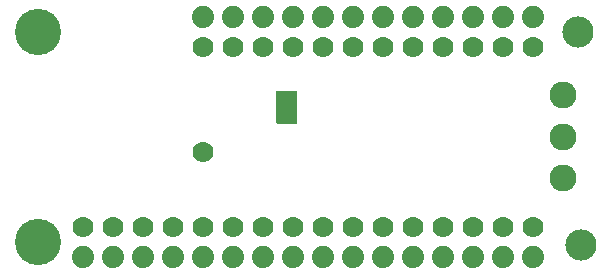
<source format=gbr>
G04 EAGLE Gerber RS-274X export*
G75*
%MOMM*%
%FSLAX34Y34*%
%LPD*%
%INSoldermask Bottom*%
%IPPOS*%
%AMOC8*
5,1,8,0,0,1.08239X$1,22.5*%
G01*
%ADD10C,2.641600*%
%ADD11C,3.911600*%
%ADD12C,1.879600*%
%ADD13C,1.778000*%
%ADD14C,2.286000*%
%ADD15R,1.701800X1.270000*%
%ADD16R,0.304800X0.736600*%

G36*
X243958Y125746D02*
X243958Y125746D01*
X244077Y125753D01*
X244115Y125766D01*
X244156Y125771D01*
X244266Y125814D01*
X244379Y125851D01*
X244414Y125873D01*
X244451Y125888D01*
X244547Y125958D01*
X244648Y126021D01*
X244676Y126051D01*
X244709Y126074D01*
X244785Y126166D01*
X244866Y126253D01*
X244886Y126288D01*
X244911Y126319D01*
X244962Y126427D01*
X245020Y126531D01*
X245030Y126571D01*
X245047Y126607D01*
X245069Y126724D01*
X245099Y126839D01*
X245103Y126900D01*
X245107Y126920D01*
X245105Y126940D01*
X245109Y127000D01*
X245109Y152400D01*
X245094Y152518D01*
X245087Y152637D01*
X245074Y152675D01*
X245069Y152716D01*
X245026Y152826D01*
X244989Y152939D01*
X244967Y152974D01*
X244952Y153011D01*
X244883Y153107D01*
X244819Y153208D01*
X244789Y153236D01*
X244766Y153269D01*
X244674Y153345D01*
X244587Y153426D01*
X244552Y153446D01*
X244521Y153471D01*
X244413Y153522D01*
X244309Y153580D01*
X244269Y153590D01*
X244233Y153607D01*
X244116Y153629D01*
X244001Y153659D01*
X243941Y153663D01*
X243921Y153667D01*
X243900Y153665D01*
X243840Y153669D01*
X228600Y153669D01*
X228482Y153654D01*
X228363Y153647D01*
X228325Y153634D01*
X228284Y153629D01*
X228174Y153586D01*
X228061Y153549D01*
X228026Y153527D01*
X227989Y153512D01*
X227893Y153443D01*
X227792Y153379D01*
X227764Y153349D01*
X227731Y153326D01*
X227656Y153234D01*
X227574Y153147D01*
X227554Y153112D01*
X227529Y153081D01*
X227478Y152973D01*
X227420Y152869D01*
X227410Y152829D01*
X227393Y152793D01*
X227371Y152676D01*
X227341Y152561D01*
X227337Y152501D01*
X227333Y152481D01*
X227334Y152469D01*
X227333Y152466D01*
X227334Y152453D01*
X227331Y152400D01*
X227331Y127000D01*
X227346Y126882D01*
X227353Y126763D01*
X227366Y126725D01*
X227371Y126684D01*
X227414Y126574D01*
X227451Y126461D01*
X227473Y126426D01*
X227488Y126389D01*
X227558Y126293D01*
X227621Y126192D01*
X227651Y126164D01*
X227674Y126131D01*
X227766Y126056D01*
X227853Y125974D01*
X227888Y125954D01*
X227919Y125929D01*
X228027Y125878D01*
X228131Y125820D01*
X228171Y125810D01*
X228207Y125793D01*
X228324Y125771D01*
X228439Y125741D01*
X228500Y125737D01*
X228520Y125733D01*
X228540Y125735D01*
X228600Y125731D01*
X243840Y125731D01*
X243958Y125746D01*
G37*
D10*
X482600Y203200D03*
X485140Y22860D03*
D11*
X25400Y203200D03*
X25400Y25400D03*
D12*
X165100Y215900D03*
X190500Y215900D03*
X215900Y215900D03*
X241300Y215900D03*
X266700Y215900D03*
X292100Y215900D03*
X317500Y215900D03*
X342900Y215900D03*
X368300Y215900D03*
X393700Y215900D03*
X419100Y215900D03*
X444500Y215900D03*
X165100Y12700D03*
X190500Y12700D03*
X215900Y12700D03*
X241300Y12700D03*
X266700Y12700D03*
X292100Y12700D03*
X317500Y12700D03*
X342900Y12700D03*
X368300Y12700D03*
X393700Y12700D03*
X419100Y12700D03*
X444500Y12700D03*
X139700Y12700D03*
X114300Y12700D03*
X88900Y12700D03*
X63500Y12700D03*
D13*
X444500Y38100D03*
X419100Y38100D03*
X393700Y38100D03*
X368300Y38100D03*
X342900Y38100D03*
X317500Y38100D03*
X292100Y38100D03*
X266700Y38100D03*
X241300Y38100D03*
X215900Y38100D03*
X190500Y38100D03*
X165100Y38100D03*
X139700Y38100D03*
X114300Y38100D03*
X88900Y38100D03*
X63500Y38100D03*
X190500Y190500D03*
X215900Y190500D03*
X241300Y190500D03*
X266700Y190500D03*
X292100Y190500D03*
X317500Y190500D03*
X342900Y190500D03*
X368300Y190500D03*
X393700Y190500D03*
X419100Y190500D03*
X444500Y190500D03*
X165100Y190500D03*
D14*
X469900Y149800D03*
X469900Y114800D03*
X469900Y79800D03*
D13*
X165100Y101600D03*
D15*
X236220Y147320D03*
X236220Y132080D03*
D16*
X236220Y139700D03*
M02*

</source>
